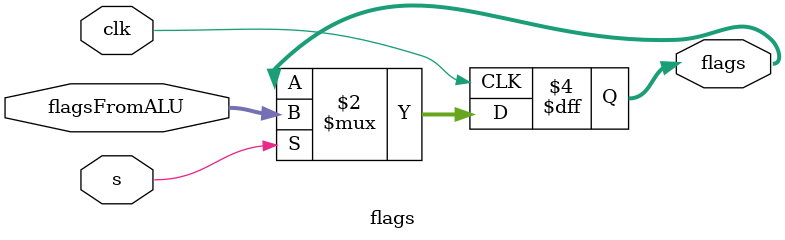
<source format=sv>
module flags(
	input logic clk,
	input logic s,
	input logic [3:0] flagsFromALU,
	output logic [3:0] flags
);

always @(posedge clk)
begin
	if(s) flags <= flagsFromALU;
end

endmodule
</source>
